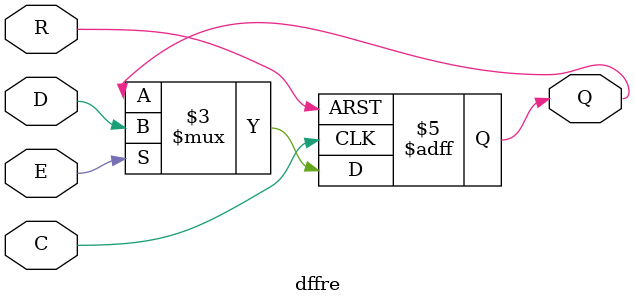
<source format=v>
module dffre(
    output reg Q,
    input D,
    input R,
    input E,
    (* clkbuf_sink *)
    (* invertible_pin = "IS_C_INVERTED" *)
    input C
);
    parameter [0:0] INIT = 1'b0;
    parameter [0:0] IS_C_INVERTED = 1'b0;
    initial Q = INIT;
    case(|IS_C_INVERTED)
          1'b0:
            always @(posedge C or posedge R)
              if (R)
                Q <= 1'b0;
              else if(E)
                Q <= D;
          1'b1:
            always @(negedge C or posedge R)
              if (R)
                Q <= 1'b0;
              else if(E)
                Q <= D;
        endcase
endmodule
</source>
